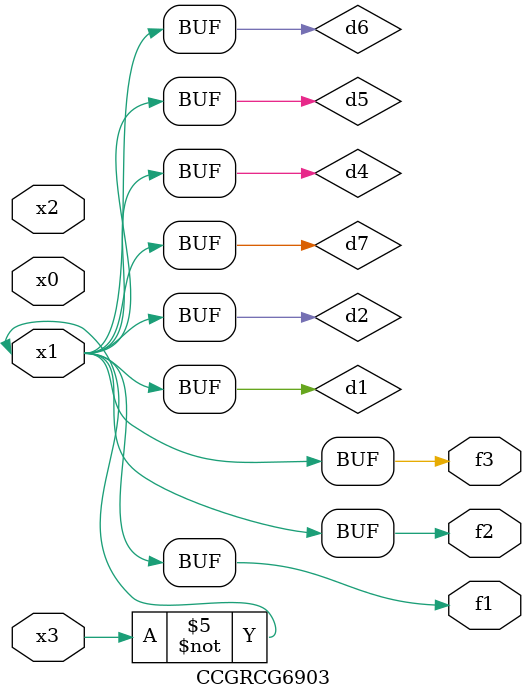
<source format=v>
module CCGRCG6903(
	input x0, x1, x2, x3,
	output f1, f2, f3
);

	wire d1, d2, d3, d4, d5, d6, d7;

	not (d1, x3);
	buf (d2, x1);
	xnor (d3, d1, d2);
	nor (d4, d1);
	buf (d5, d1, d2);
	buf (d6, d4, d5);
	nand (d7, d4);
	assign f1 = d6;
	assign f2 = d7;
	assign f3 = d6;
endmodule

</source>
